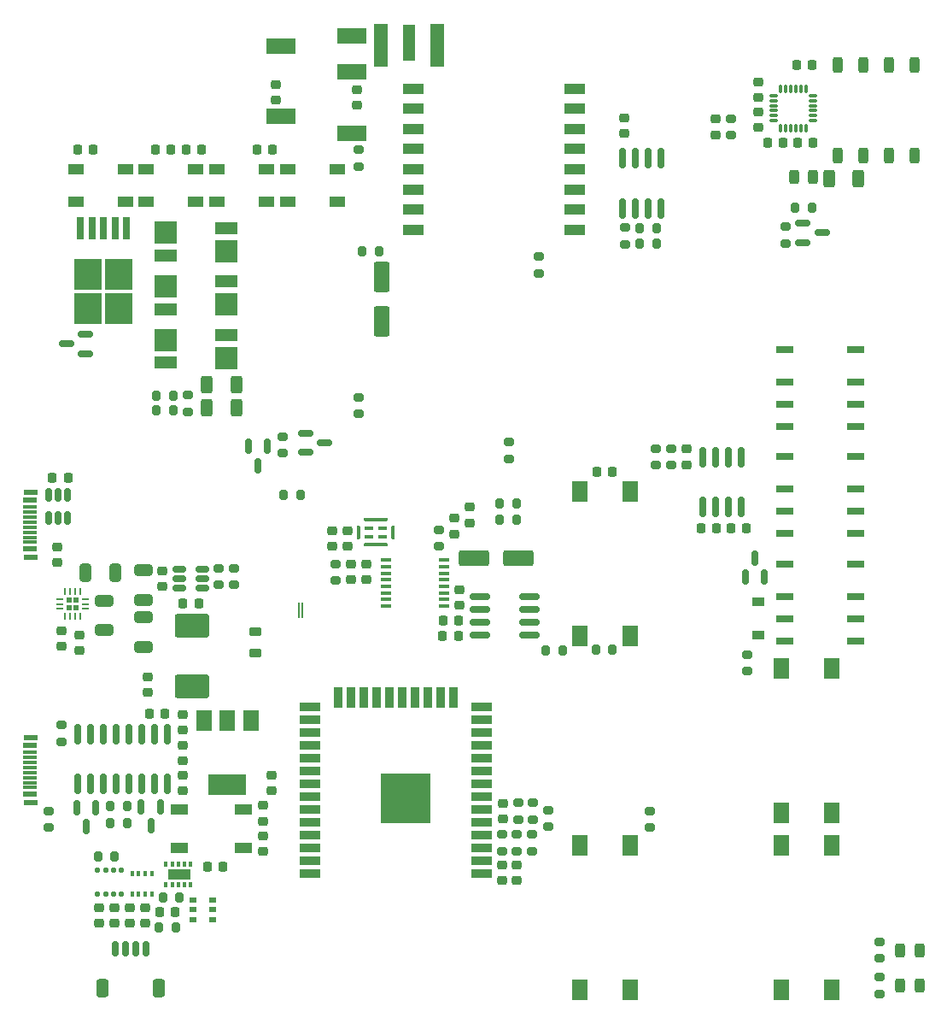
<source format=gbr>
%TF.GenerationSoftware,KiCad,Pcbnew,(6.0.1)*%
%TF.CreationDate,2022-05-30T15:44:07+02:00*%
%TF.ProjectId,pcbV10,70636256-3130-42e6-9b69-6361645f7063,rev?*%
%TF.SameCoordinates,Original*%
%TF.FileFunction,Paste,Top*%
%TF.FilePolarity,Positive*%
%FSLAX46Y46*%
G04 Gerber Fmt 4.6, Leading zero omitted, Abs format (unit mm)*
G04 Created by KiCad (PCBNEW (6.0.1)) date 2022-05-30 15:44:07*
%MOMM*%
%LPD*%
G01*
G04 APERTURE LIST*
G04 Aperture macros list*
%AMRoundRect*
0 Rectangle with rounded corners*
0 $1 Rounding radius*
0 $2 $3 $4 $5 $6 $7 $8 $9 X,Y pos of 4 corners*
0 Add a 4 corners polygon primitive as box body*
4,1,4,$2,$3,$4,$5,$6,$7,$8,$9,$2,$3,0*
0 Add four circle primitives for the rounded corners*
1,1,$1+$1,$2,$3*
1,1,$1+$1,$4,$5*
1,1,$1+$1,$6,$7*
1,1,$1+$1,$8,$9*
0 Add four rect primitives between the rounded corners*
20,1,$1+$1,$2,$3,$4,$5,0*
20,1,$1+$1,$4,$5,$6,$7,0*
20,1,$1+$1,$6,$7,$8,$9,0*
20,1,$1+$1,$8,$9,$2,$3,0*%
%AMOutline5P*
0 Free polygon, 5 corners , with rotation*
0 The origin of the aperture is its center*
0 number of corners: always 5*
0 $1 to $10 corner X, Y*
0 $11 Rotation angle, in degrees counterclockwise*
0 create outline with 5 corners*
4,1,5,$1,$2,$3,$4,$5,$6,$7,$8,$9,$10,$1,$2,$11*%
%AMOutline6P*
0 Free polygon, 6 corners , with rotation*
0 The origin of the aperture is its center*
0 number of corners: always 6*
0 $1 to $12 corner X, Y*
0 $13 Rotation angle, in degrees counterclockwise*
0 create outline with 6 corners*
4,1,6,$1,$2,$3,$4,$5,$6,$7,$8,$9,$10,$11,$12,$1,$2,$13*%
%AMOutline7P*
0 Free polygon, 7 corners , with rotation*
0 The origin of the aperture is its center*
0 number of corners: always 7*
0 $1 to $14 corner X, Y*
0 $15 Rotation angle, in degrees counterclockwise*
0 create outline with 7 corners*
4,1,7,$1,$2,$3,$4,$5,$6,$7,$8,$9,$10,$11,$12,$13,$14,$1,$2,$15*%
%AMOutline8P*
0 Free polygon, 8 corners , with rotation*
0 The origin of the aperture is its center*
0 number of corners: always 8*
0 $1 to $16 corner X, Y*
0 $17 Rotation angle, in degrees counterclockwise*
0 create outline with 8 corners*
4,1,8,$1,$2,$3,$4,$5,$6,$7,$8,$9,$10,$11,$12,$13,$14,$15,$16,$1,$2,$17*%
G04 Aperture macros list end*
%ADD10RoundRect,0.225000X0.250000X-0.225000X0.250000X0.225000X-0.250000X0.225000X-0.250000X-0.225000X0*%
%ADD11RoundRect,0.225000X-0.250000X0.225000X-0.250000X-0.225000X0.250000X-0.225000X0.250000X0.225000X0*%
%ADD12RoundRect,0.225000X-0.225000X-0.250000X0.225000X-0.250000X0.225000X0.250000X-0.225000X0.250000X0*%
%ADD13RoundRect,0.225000X0.225000X0.250000X-0.225000X0.250000X-0.225000X-0.250000X0.225000X-0.250000X0*%
%ADD14R,1.500000X1.000000*%
%ADD15R,1.200000X0.900000*%
%ADD16RoundRect,0.243750X0.243750X0.456250X-0.243750X0.456250X-0.243750X-0.456250X0.243750X-0.456250X0*%
%ADD17R,1.450000X0.600000*%
%ADD18R,1.450000X0.300000*%
%ADD19R,1.270000X3.600000*%
%ADD20R,1.350000X4.200000*%
%ADD21R,1.800000X0.800000*%
%ADD22RoundRect,0.150000X-0.150000X0.587500X-0.150000X-0.587500X0.150000X-0.587500X0.150000X0.587500X0*%
%ADD23RoundRect,0.150000X0.150000X-0.587500X0.150000X0.587500X-0.150000X0.587500X-0.150000X-0.587500X0*%
%ADD24RoundRect,0.150000X-0.587500X-0.150000X0.587500X-0.150000X0.587500X0.150000X-0.587500X0.150000X0*%
%ADD25RoundRect,0.150000X0.587500X0.150000X-0.587500X0.150000X-0.587500X-0.150000X0.587500X-0.150000X0*%
%ADD26RoundRect,0.200000X-0.275000X0.200000X-0.275000X-0.200000X0.275000X-0.200000X0.275000X0.200000X0*%
%ADD27RoundRect,0.200000X0.275000X-0.200000X0.275000X0.200000X-0.275000X0.200000X-0.275000X-0.200000X0*%
%ADD28RoundRect,0.200000X0.200000X0.275000X-0.200000X0.275000X-0.200000X-0.275000X0.200000X-0.275000X0*%
%ADD29RoundRect,0.200000X-0.200000X-0.275000X0.200000X-0.275000X0.200000X0.275000X-0.200000X0.275000X0*%
%ADD30RoundRect,0.250000X-0.312500X-0.625000X0.312500X-0.625000X0.312500X0.625000X-0.312500X0.625000X0*%
%ADD31R,1.500000X2.000000*%
%ADD32R,3.800000X2.000000*%
%ADD33R,2.000000X0.900000*%
%ADD34R,0.900000X2.000000*%
%ADD35R,5.000000X5.000000*%
%ADD36R,2.000000X1.000000*%
%ADD37RoundRect,0.150000X-0.150000X0.825000X-0.150000X-0.825000X0.150000X-0.825000X0.150000X0.825000X0*%
%ADD38RoundRect,0.150000X0.825000X0.150000X-0.825000X0.150000X-0.825000X-0.150000X0.825000X-0.150000X0*%
%ADD39RoundRect,0.250000X0.312500X0.625000X-0.312500X0.625000X-0.312500X-0.625000X0.312500X-0.625000X0*%
%ADD40R,2.200000X2.200000*%
%ADD41R,2.200000X1.250000*%
%ADD42RoundRect,0.250000X-0.650000X0.325000X-0.650000X-0.325000X0.650000X-0.325000X0.650000X0.325000X0*%
%ADD43RoundRect,0.250000X0.650000X-0.325000X0.650000X0.325000X-0.650000X0.325000X-0.650000X-0.325000X0*%
%ADD44RoundRect,0.235000X1.465000X-0.940000X1.465000X0.940000X-1.465000X0.940000X-1.465000X-0.940000X0*%
%ADD45R,2.750000X3.050000*%
%ADD46R,0.800000X2.200000*%
%ADD47R,1.700000X1.000000*%
%ADD48RoundRect,0.125000X-0.125000X-0.137500X0.125000X-0.137500X0.125000X0.137500X-0.125000X0.137500X0*%
%ADD49R,0.350000X0.500000*%
%ADD50R,0.400000X0.600000*%
%ADD51R,2.200000X1.100000*%
%ADD52RoundRect,0.150000X-0.150000X-0.625000X0.150000X-0.625000X0.150000X0.625000X-0.150000X0.625000X0*%
%ADD53RoundRect,0.250000X-0.350000X-0.650000X0.350000X-0.650000X0.350000X0.650000X-0.350000X0.650000X0*%
%ADD54RoundRect,0.250000X-0.250000X0.550000X-0.250000X-0.550000X0.250000X-0.550000X0.250000X0.550000X0*%
%ADD55R,3.000000X1.500000*%
%ADD56RoundRect,0.250000X-1.250000X-0.550000X1.250000X-0.550000X1.250000X0.550000X-1.250000X0.550000X0*%
%ADD57RoundRect,0.062500X0.062500X0.687500X-0.062500X0.687500X-0.062500X-0.687500X0.062500X-0.687500X0*%
%ADD58R,0.800000X0.500000*%
%ADD59RoundRect,0.150000X0.512500X0.150000X-0.512500X0.150000X-0.512500X-0.150000X0.512500X-0.150000X0*%
%ADD60RoundRect,0.218750X0.381250X-0.218750X0.381250X0.218750X-0.381250X0.218750X-0.381250X-0.218750X0*%
%ADD61RoundRect,0.075000X-0.075000X0.350000X-0.075000X-0.350000X0.075000X-0.350000X0.075000X0.350000X0*%
%ADD62RoundRect,0.075000X-0.350000X-0.075000X0.350000X-0.075000X0.350000X0.075000X-0.350000X0.075000X0*%
%ADD63RoundRect,0.250000X0.550000X-1.250000X0.550000X1.250000X-0.550000X1.250000X-0.550000X-1.250000X0*%
%ADD64RoundRect,0.150000X0.150000X-0.825000X0.150000X0.825000X-0.150000X0.825000X-0.150000X-0.825000X0*%
%ADD65RoundRect,0.145000X-0.145000X-0.145000X0.145000X-0.145000X0.145000X0.145000X-0.145000X0.145000X0*%
%ADD66RoundRect,0.062500X-0.275000X-0.062500X0.275000X-0.062500X0.275000X0.062500X-0.275000X0.062500X0*%
%ADD67RoundRect,0.062500X-0.062500X-0.275000X0.062500X-0.275000X0.062500X0.275000X-0.062500X0.275000X0*%
%ADD68R,0.950000X0.450000*%
%ADD69Outline6P,-0.650000X0.070000X-0.545000X0.175000X0.545000X0.175000X0.650000X0.070000X0.650000X-0.175000X-0.650000X-0.175000X270.000000*%
%ADD70Outline6P,-0.175000X1.150000X0.070000X1.150000X0.175000X1.045000X0.175000X-1.045000X0.070000X-1.150000X-0.175000X-1.150000X90.000000*%
%ADD71Outline6P,-0.650000X0.175000X0.650000X0.175000X0.650000X-0.070000X0.545000X-0.175000X-0.545000X-0.175000X-0.650000X-0.070000X270.000000*%
%ADD72Outline6P,-0.175000X1.150000X0.070000X1.150000X0.175000X1.045000X0.175000X-1.045000X0.070000X-1.150000X-0.175000X-1.150000X270.000000*%
%ADD73RoundRect,0.150000X-0.150000X0.512500X-0.150000X-0.512500X0.150000X-0.512500X0.150000X0.512500X0*%
%ADD74R,1.000000X0.400000*%
%ADD75RoundRect,0.250000X0.325000X0.650000X-0.325000X0.650000X-0.325000X-0.650000X0.325000X-0.650000X0*%
G04 APERTURE END LIST*
D10*
%TO.C,C1*%
X72700000Y-119975000D03*
X72700000Y-118425000D03*
%TD*%
D11*
%TO.C,C3*%
X72700000Y-121425000D03*
X72700000Y-122975000D03*
%TD*%
D10*
%TO.C,C4*%
X104300000Y-134875000D03*
X104300000Y-133325000D03*
%TD*%
%TO.C,C5*%
X80600000Y-131975000D03*
X80600000Y-130425000D03*
%TD*%
%TO.C,C8*%
X81500000Y-125975000D03*
X81500000Y-124425000D03*
%TD*%
D11*
%TO.C,C9*%
X80600000Y-127425000D03*
X80600000Y-128975000D03*
%TD*%
D12*
%TO.C,C10*%
X69325000Y-118300000D03*
X70875000Y-118300000D03*
%TD*%
%TO.C,C14*%
X73012000Y-62484000D03*
X74562000Y-62484000D03*
%TD*%
D13*
%TO.C,C16*%
X71514000Y-62484000D03*
X69964000Y-62484000D03*
%TD*%
%TO.C,C18*%
X63767000Y-62484000D03*
X62217000Y-62484000D03*
%TD*%
D14*
%TO.C,D1*%
X83050000Y-64400000D03*
X83050000Y-67600000D03*
X87950000Y-67600000D03*
X87950000Y-64400000D03*
%TD*%
%TO.C,D2*%
X76050000Y-64400000D03*
X76050000Y-67600000D03*
X80950000Y-67600000D03*
X80950000Y-64400000D03*
%TD*%
D15*
%TO.C,D5*%
X129700000Y-110550000D03*
X129700000Y-107250000D03*
%TD*%
D16*
%TO.C,D6*%
X135137500Y-65200000D03*
X133262500Y-65200000D03*
%TD*%
%TO.C,D7*%
X145687500Y-145250000D03*
X143812500Y-145250000D03*
%TD*%
%TO.C,D8*%
X145687500Y-141750000D03*
X143812500Y-141750000D03*
%TD*%
D17*
%TO.C,J8*%
X57550000Y-96400000D03*
X57500000Y-97200000D03*
D18*
X57500000Y-98350000D03*
X57500000Y-99350000D03*
X57500000Y-99850000D03*
X57500000Y-100850000D03*
D17*
X57500000Y-102000000D03*
X57550000Y-102800000D03*
X57550000Y-102800000D03*
X57500000Y-102000000D03*
D18*
X57500000Y-101350000D03*
X57500000Y-100350000D03*
X57500000Y-98850000D03*
X57500000Y-97850000D03*
D17*
X57500000Y-97200000D03*
X57550000Y-96400000D03*
%TD*%
D19*
%TO.C,J14*%
X95100000Y-51900000D03*
D20*
X92275000Y-52100000D03*
X97925000Y-52100000D03*
%TD*%
D21*
%TO.C,K1*%
X132390000Y-82300000D03*
X132390000Y-85500000D03*
X132390000Y-87700000D03*
X132390000Y-89900000D03*
X139390000Y-89900000D03*
X139390000Y-87700000D03*
X139390000Y-85500000D03*
X139390000Y-82300000D03*
%TD*%
%TO.C,K2*%
X132390000Y-92847000D03*
X132390000Y-96047000D03*
X132390000Y-98247000D03*
X132390000Y-100447000D03*
X139390000Y-100447000D03*
X139390000Y-98247000D03*
X139390000Y-96047000D03*
X139390000Y-92847000D03*
%TD*%
%TO.C,K3*%
X132390000Y-103515000D03*
X132390000Y-106715000D03*
X132390000Y-108915000D03*
X132390000Y-111115000D03*
X139390000Y-111115000D03*
X139390000Y-108915000D03*
X139390000Y-106715000D03*
X139390000Y-103515000D03*
%TD*%
D22*
%TO.C,Q2*%
X64050000Y-127662500D03*
X62150000Y-127662500D03*
X63100000Y-129537500D03*
%TD*%
D23*
%TO.C,Q4*%
X128450000Y-104800000D03*
X130350000Y-104800000D03*
X129400000Y-102925000D03*
%TD*%
D24*
%TO.C,Q5*%
X134162500Y-69750000D03*
X134162500Y-71650000D03*
X136037500Y-70700000D03*
%TD*%
D25*
%TO.C,Q9*%
X62987500Y-82650000D03*
X62987500Y-80750000D03*
X61112500Y-81700000D03*
%TD*%
D26*
%TO.C,R1*%
X104300000Y-130275000D03*
X104300000Y-131925000D03*
%TD*%
%TO.C,R2*%
X60600000Y-119475000D03*
X60600000Y-121125000D03*
%TD*%
D27*
%TO.C,R3*%
X59400000Y-129625000D03*
X59400000Y-127975000D03*
%TD*%
%TO.C,R4*%
X108000000Y-74725000D03*
X108000000Y-73075000D03*
%TD*%
D28*
%TO.C,R6*%
X67125000Y-129200000D03*
X65475000Y-129200000D03*
%TD*%
D29*
%TO.C,R7*%
X65475000Y-127500000D03*
X67125000Y-127500000D03*
%TD*%
D28*
%TO.C,R15*%
X135025000Y-68200000D03*
X133375000Y-68200000D03*
%TD*%
D27*
%TO.C,R16*%
X132400000Y-71725000D03*
X132400000Y-70075000D03*
%TD*%
D26*
%TO.C,R17*%
X107300000Y-130275000D03*
X107300000Y-131925000D03*
%TD*%
D30*
%TO.C,R19*%
X136737500Y-65300000D03*
X139662500Y-65300000D03*
%TD*%
D27*
%TO.C,R20*%
X105800000Y-131925000D03*
X105800000Y-130275000D03*
%TD*%
D26*
%TO.C,R21*%
X105900000Y-127175000D03*
X105900000Y-128825000D03*
%TD*%
D29*
%TO.C,R22*%
X113602000Y-112014000D03*
X115252000Y-112014000D03*
%TD*%
%TO.C,R23*%
X108649000Y-112100000D03*
X110299000Y-112100000D03*
%TD*%
D27*
%TO.C,R24*%
X141750000Y-146075000D03*
X141750000Y-144425000D03*
%TD*%
%TO.C,R25*%
X141750000Y-142575000D03*
X141750000Y-140925000D03*
%TD*%
D31*
%TO.C,SW1*%
X132000000Y-128150000D03*
X132000000Y-113850000D03*
X137000000Y-128150000D03*
X137000000Y-113850000D03*
%TD*%
%TO.C,SW5*%
X132000000Y-131350000D03*
X132000000Y-145650000D03*
X137000000Y-145650000D03*
X137000000Y-131350000D03*
%TD*%
%TO.C,U1*%
X79400000Y-119050000D03*
D32*
X77100000Y-125350000D03*
D31*
X77100000Y-119050000D03*
X74800000Y-119050000D03*
%TD*%
D33*
%TO.C,U2*%
X102250000Y-134195200D03*
X102250000Y-132925200D03*
X102250000Y-131655200D03*
X102250000Y-130385200D03*
X102250000Y-129115200D03*
X102250000Y-127845200D03*
X102250000Y-126575200D03*
X102250000Y-125305200D03*
X102250000Y-124035200D03*
X102250000Y-122765200D03*
X102250000Y-121495200D03*
X102250000Y-120225200D03*
X102250000Y-118955200D03*
X102250000Y-117685200D03*
D34*
X99465000Y-116685200D03*
X98195000Y-116685200D03*
X96925000Y-116685200D03*
X95655000Y-116685200D03*
X94385000Y-116685200D03*
X93115000Y-116685200D03*
X91845000Y-116685200D03*
X90575000Y-116685200D03*
X89305000Y-116685200D03*
X88035000Y-116685200D03*
D33*
X85250000Y-117685200D03*
X85250000Y-118955200D03*
X85250000Y-120225200D03*
X85250000Y-121495200D03*
X85250000Y-122765200D03*
X85250000Y-124035200D03*
X85250000Y-125305200D03*
X85250000Y-126575200D03*
X85250000Y-127845200D03*
X85250000Y-129115200D03*
X85250000Y-130385200D03*
X85250000Y-131655200D03*
X85250000Y-132925200D03*
X85250000Y-134195200D03*
D35*
X94750000Y-126695200D03*
%TD*%
D36*
%TO.C,U17*%
X111500000Y-70400000D03*
X111500000Y-68400000D03*
X111500000Y-66400000D03*
X111500000Y-64400000D03*
X111500000Y-62400000D03*
X111500000Y-60400000D03*
X111500000Y-58400000D03*
X111500000Y-56400000D03*
X95500000Y-56400000D03*
X95500000Y-58400000D03*
X95500000Y-60400000D03*
X95500000Y-62400000D03*
X95500000Y-64400000D03*
X95500000Y-66400000D03*
X95500000Y-68400000D03*
X95500000Y-70400000D03*
%TD*%
D28*
%TO.C,R12*%
X84325000Y-96700000D03*
X82675000Y-96700000D03*
%TD*%
D22*
%TO.C,Q1*%
X70450000Y-127562500D03*
X68550000Y-127562500D03*
X69500000Y-129437500D03*
%TD*%
D14*
%TO.C,D3*%
X69050000Y-64400000D03*
X69050000Y-67600000D03*
X73950000Y-67600000D03*
X73950000Y-64400000D03*
%TD*%
D12*
%TO.C,C7*%
X80025000Y-62484000D03*
X81575000Y-62484000D03*
%TD*%
D22*
%TO.C,D4*%
X81050000Y-91862500D03*
X79150000Y-91862500D03*
X80100000Y-93737500D03*
%TD*%
D37*
%TO.C,U18*%
X128005000Y-92902000D03*
X126735000Y-92902000D03*
X125465000Y-92902000D03*
X124195000Y-92902000D03*
X124195000Y-97852000D03*
X125465000Y-97852000D03*
X126735000Y-97852000D03*
X128005000Y-97852000D03*
%TD*%
D13*
%TO.C,C25*%
X125575000Y-99949000D03*
X124025000Y-99949000D03*
%TD*%
D27*
%TO.C,R39*%
X121100000Y-93725000D03*
X121100000Y-92075000D03*
%TD*%
D26*
%TO.C,R38*%
X119600000Y-92075000D03*
X119600000Y-93725000D03*
%TD*%
D10*
%TO.C,C23*%
X122600000Y-93675000D03*
X122600000Y-92125000D03*
%TD*%
D12*
%TO.C,C26*%
X127025000Y-99949000D03*
X128575000Y-99949000D03*
%TD*%
D11*
%TO.C,C2*%
X105800000Y-133325000D03*
X105800000Y-134875000D03*
%TD*%
D13*
%TO.C,C24*%
X115275000Y-94400000D03*
X113725000Y-94400000D03*
%TD*%
D27*
%TO.C,R37*%
X108900000Y-129525000D03*
X108900000Y-127875000D03*
%TD*%
D31*
%TO.C,SW3*%
X112000000Y-145650000D03*
X112000000Y-131350000D03*
X117000000Y-145650000D03*
X117000000Y-131350000D03*
%TD*%
D12*
%TO.C,C12*%
X98425000Y-110600000D03*
X99975000Y-110600000D03*
%TD*%
D27*
%TO.C,R11*%
X73200000Y-88425000D03*
X73200000Y-86775000D03*
%TD*%
D11*
%TO.C,C6*%
X72700000Y-124425000D03*
X72700000Y-125975000D03*
%TD*%
D31*
%TO.C,SW4*%
X117000000Y-110650000D03*
X117000000Y-96350000D03*
X112000000Y-110650000D03*
X112000000Y-96350000D03*
%TD*%
D10*
%TO.C,C19*%
X62400000Y-112075000D03*
X62400000Y-110525000D03*
%TD*%
D28*
%TO.C,R8*%
X71975000Y-139500000D03*
X70325000Y-139500000D03*
%TD*%
%TO.C,R5*%
X65925000Y-132500000D03*
X64275000Y-132500000D03*
%TD*%
D38*
%TO.C,U6*%
X107075000Y-110505000D03*
X107075000Y-109235000D03*
X107075000Y-107965000D03*
X107075000Y-106695000D03*
X102125000Y-106695000D03*
X102125000Y-107965000D03*
X102125000Y-109235000D03*
X102125000Y-110505000D03*
%TD*%
D14*
%TO.C,D15*%
X62050000Y-64400000D03*
X62050000Y-67600000D03*
X66950000Y-67600000D03*
X66950000Y-64400000D03*
%TD*%
D26*
%TO.C,R14*%
X128600000Y-112475000D03*
X128600000Y-114125000D03*
%TD*%
D27*
%TO.C,R30*%
X105000000Y-93075000D03*
X105000000Y-91425000D03*
%TD*%
D26*
%TO.C,R26*%
X90100000Y-86975000D03*
X90100000Y-88625000D03*
%TD*%
D39*
%TO.C,R33*%
X77962500Y-85700000D03*
X75037500Y-85700000D03*
%TD*%
D40*
%TO.C,D13*%
X77000000Y-77800000D03*
D41*
X77000000Y-75525000D03*
%TD*%
D17*
%TO.C,J1*%
X57550000Y-120700000D03*
X57500000Y-121500000D03*
D18*
X57500000Y-122650000D03*
X57500000Y-123650000D03*
X57500000Y-124150000D03*
X57500000Y-125150000D03*
D17*
X57500000Y-126300000D03*
X57550000Y-127100000D03*
X57550000Y-127100000D03*
X57500000Y-126300000D03*
D18*
X57500000Y-125650000D03*
X57500000Y-124650000D03*
X57500000Y-123150000D03*
X57500000Y-122150000D03*
D17*
X57500000Y-121500000D03*
X57550000Y-120700000D03*
%TD*%
D11*
%TO.C,C20*%
X104400000Y-127225000D03*
X104400000Y-128775000D03*
%TD*%
D27*
%TO.C,R44*%
X119000000Y-129625000D03*
X119000000Y-127975000D03*
%TD*%
D28*
%TO.C,R35*%
X71725000Y-86800000D03*
X70075000Y-86800000D03*
%TD*%
D42*
%TO.C,C17*%
X64900000Y-107125000D03*
X64900000Y-110075000D03*
%TD*%
D43*
%TO.C,C22*%
X68750000Y-111725000D03*
X68750000Y-108775000D03*
%TD*%
D11*
%TO.C,C33*%
X70650000Y-104175000D03*
X70650000Y-105725000D03*
%TD*%
D13*
%TO.C,C35*%
X74225000Y-107400000D03*
X72675000Y-107400000D03*
%TD*%
D10*
%TO.C,C36*%
X69200000Y-116225000D03*
X69200000Y-114675000D03*
%TD*%
D44*
%TO.C,L2*%
X73550000Y-115625000D03*
X73550000Y-109575000D03*
%TD*%
D27*
%TO.C,R45*%
X76250000Y-105575000D03*
X76250000Y-103925000D03*
%TD*%
%TO.C,R46*%
X77750000Y-105575000D03*
X77750000Y-103925000D03*
%TD*%
D40*
%TO.C,D10*%
X71000000Y-70700000D03*
D41*
X71000000Y-72975000D03*
%TD*%
D40*
%TO.C,D14*%
X71000000Y-81300000D03*
D41*
X71000000Y-83575000D03*
%TD*%
D40*
%TO.C,D12*%
X71000000Y-76000000D03*
D41*
X71000000Y-78275000D03*
%TD*%
D40*
%TO.C,D11*%
X77000000Y-72500000D03*
D41*
X77000000Y-70225000D03*
%TD*%
D29*
%TO.C,R34*%
X70075000Y-88300000D03*
X71725000Y-88300000D03*
%TD*%
D26*
%TO.C,R13*%
X82600000Y-90875000D03*
X82600000Y-92525000D03*
%TD*%
D45*
%TO.C,U21*%
X63275000Y-78175000D03*
X66325000Y-78175000D03*
X66325000Y-74825000D03*
X63275000Y-74825000D03*
D46*
X67080000Y-70200000D03*
X65940000Y-70200000D03*
X64800000Y-70200000D03*
X63660000Y-70200000D03*
X62520000Y-70200000D03*
%TD*%
D47*
%TO.C,SW12*%
X78650000Y-127800000D03*
X72350000Y-127800000D03*
X78650000Y-131600000D03*
X72350000Y-131600000D03*
%TD*%
D27*
%TO.C,R36*%
X107400000Y-128825000D03*
X107400000Y-127175000D03*
%TD*%
D10*
%TO.C,C15*%
X67400000Y-139075000D03*
X67400000Y-137525000D03*
%TD*%
%TO.C,C29*%
X68900000Y-139075000D03*
X68900000Y-137525000D03*
%TD*%
%TO.C,C30*%
X65900000Y-139075000D03*
X65900000Y-137525000D03*
%TD*%
D12*
%TO.C,C31*%
X133525000Y-54100000D03*
X135075000Y-54100000D03*
%TD*%
%TO.C,C38*%
X75125000Y-133450000D03*
X76675000Y-133450000D03*
%TD*%
D29*
%TO.C,R28*%
X70675000Y-136500000D03*
X72325000Y-136500000D03*
%TD*%
D37*
%TO.C,U4*%
X71120000Y-120334000D03*
X69850000Y-120334000D03*
X68580000Y-120334000D03*
X67310000Y-120334000D03*
X66040000Y-120334000D03*
X64770000Y-120334000D03*
X63500000Y-120334000D03*
X62230000Y-120334000D03*
X62230000Y-125284000D03*
X63500000Y-125284000D03*
X64770000Y-125284000D03*
X66040000Y-125284000D03*
X67310000Y-125284000D03*
X68580000Y-125284000D03*
X69850000Y-125284000D03*
X71120000Y-125284000D03*
%TD*%
D48*
%TO.C,U12*%
X64200000Y-133812500D03*
X65000000Y-133812500D03*
X65800000Y-133812500D03*
X66600000Y-133812500D03*
X66600000Y-136187500D03*
X65800000Y-136187500D03*
X65000000Y-136187500D03*
X64200000Y-136187500D03*
%TD*%
D49*
%TO.C,U13*%
X67625000Y-134175000D03*
X68275000Y-134175000D03*
X68925000Y-134175000D03*
X69575000Y-134175000D03*
X69575000Y-136225000D03*
X68925000Y-136225000D03*
X68275000Y-136225000D03*
X67625000Y-136225000D03*
%TD*%
D50*
%TO.C,U15*%
X71000000Y-135300000D03*
X71600000Y-135300000D03*
X72200000Y-135300000D03*
X72800000Y-135300000D03*
X73400000Y-135300000D03*
X73400000Y-133200000D03*
X72800000Y-133200000D03*
X72200000Y-133200000D03*
X71600000Y-133200000D03*
X71000000Y-133200000D03*
D51*
X72350000Y-134250000D03*
%TD*%
D10*
%TO.C,C28*%
X64400000Y-139075000D03*
X64400000Y-137525000D03*
%TD*%
D52*
%TO.C,J21*%
X66000000Y-141650000D03*
X67000000Y-141650000D03*
X68000000Y-141650000D03*
X69000000Y-141650000D03*
D53*
X70300000Y-145525000D03*
X64700000Y-145525000D03*
%TD*%
D54*
%TO.C,X2*%
X145210000Y-54050000D03*
X142670000Y-54050000D03*
X140130000Y-54050000D03*
X137590000Y-54050000D03*
X137590000Y-63050000D03*
X140130000Y-63050000D03*
X142670000Y-63050000D03*
X145210000Y-63050000D03*
%TD*%
D10*
%TO.C,C49*%
X89900000Y-58075000D03*
X89900000Y-56525000D03*
%TD*%
%TO.C,C48*%
X81900000Y-57575000D03*
X81900000Y-56025000D03*
%TD*%
%TO.C,C57*%
X60200000Y-103375000D03*
X60200000Y-101825000D03*
%TD*%
D55*
%TO.C,J22*%
X89400000Y-54775000D03*
X89400000Y-51175000D03*
X82400000Y-52175000D03*
X82400000Y-59175000D03*
X89400000Y-60875000D03*
%TD*%
D26*
%TO.C,R54*%
X127000000Y-59375000D03*
X127000000Y-61025000D03*
%TD*%
D56*
%TO.C,C45*%
X101550000Y-102950000D03*
X105950000Y-102950000D03*
%TD*%
D57*
%TO.C,JP2*%
X84550000Y-108100000D03*
X84150000Y-108100000D03*
%TD*%
D40*
%TO.C,D9*%
X77000000Y-83100000D03*
D41*
X77000000Y-80825000D03*
%TD*%
D58*
%TO.C,U3*%
X73650000Y-136750000D03*
X73650000Y-137750000D03*
X73650000Y-138750000D03*
X75650000Y-138750000D03*
X75650000Y-137750000D03*
X75650000Y-136750000D03*
%TD*%
D28*
%TO.C,R51*%
X119625000Y-70250000D03*
X117975000Y-70250000D03*
%TD*%
D10*
%TO.C,C44*%
X100100000Y-107575000D03*
X100100000Y-106025000D03*
%TD*%
D12*
%TO.C,C53*%
X133625000Y-61800000D03*
X135175000Y-61800000D03*
%TD*%
D59*
%TO.C,U9*%
X74587500Y-105900000D03*
X74587500Y-104950000D03*
X74587500Y-104000000D03*
X72312500Y-104000000D03*
X72312500Y-104950000D03*
X72312500Y-105900000D03*
%TD*%
D27*
%TO.C,R53*%
X116550000Y-71825000D03*
X116550000Y-70175000D03*
%TD*%
D28*
%TO.C,R52*%
X119625000Y-71750000D03*
X117975000Y-71750000D03*
%TD*%
D13*
%TO.C,C47*%
X100000000Y-109100000D03*
X98450000Y-109100000D03*
%TD*%
D11*
%TO.C,C54*%
X116400000Y-59325000D03*
X116400000Y-60875000D03*
%TD*%
D60*
%TO.C,FB1*%
X79850000Y-112362500D03*
X79850000Y-110237500D03*
%TD*%
D10*
%TO.C,C51*%
X129700000Y-60275000D03*
X129700000Y-58725000D03*
%TD*%
D11*
%TO.C,C43*%
X101100000Y-97875000D03*
X101100000Y-99425000D03*
%TD*%
D61*
%TO.C,U23*%
X134450000Y-56400000D03*
X133950000Y-56400000D03*
X133450000Y-56400000D03*
X132950000Y-56400000D03*
X132450000Y-56400000D03*
X131950000Y-56400000D03*
D62*
X131250000Y-57100000D03*
X131250000Y-57600000D03*
X131250000Y-58100000D03*
X131250000Y-58600000D03*
X131250000Y-59100000D03*
X131250000Y-59600000D03*
D61*
X131950000Y-60300000D03*
X132450000Y-60300000D03*
X132950000Y-60300000D03*
X133450000Y-60300000D03*
X133950000Y-60300000D03*
X134450000Y-60300000D03*
D62*
X135150000Y-59600000D03*
X135150000Y-59100000D03*
X135150000Y-58600000D03*
X135150000Y-58100000D03*
X135150000Y-57600000D03*
X135150000Y-57100000D03*
%TD*%
D11*
%TO.C,C39*%
X87500000Y-100175000D03*
X87500000Y-101725000D03*
%TD*%
%TO.C,C42*%
X99600000Y-98975000D03*
X99600000Y-100525000D03*
%TD*%
%TO.C,C13*%
X90850000Y-103525000D03*
X90850000Y-105075000D03*
%TD*%
D28*
%TO.C,R49*%
X105725000Y-97500000D03*
X104075000Y-97500000D03*
%TD*%
D13*
%TO.C,C52*%
X132175000Y-61800000D03*
X130625000Y-61800000D03*
%TD*%
D27*
%TO.C,R40*%
X87850000Y-105125000D03*
X87850000Y-103475000D03*
%TD*%
D28*
%TO.C,R43*%
X105725000Y-99150000D03*
X104075000Y-99150000D03*
%TD*%
D63*
%TO.C,C46*%
X92400000Y-79500000D03*
X92400000Y-75100000D03*
%TD*%
D29*
%TO.C,R48*%
X90475000Y-72550000D03*
X92125000Y-72550000D03*
%TD*%
D39*
%TO.C,R32*%
X77962500Y-88000000D03*
X75037500Y-88000000D03*
%TD*%
D64*
%TO.C,U10*%
X116295000Y-68275000D03*
X117565000Y-68275000D03*
X118835000Y-68275000D03*
X120105000Y-68275000D03*
X120105000Y-63325000D03*
X118835000Y-63325000D03*
X117565000Y-63325000D03*
X116295000Y-63325000D03*
%TD*%
D65*
%TO.C,U11*%
X62100000Y-107100000D03*
X62100000Y-107820000D03*
X61380000Y-107820000D03*
X61380000Y-107100000D03*
D66*
X60477500Y-106960000D03*
X60477500Y-107460000D03*
X60477500Y-107960000D03*
D67*
X60990000Y-108722500D03*
X61490000Y-108722500D03*
X61990000Y-108722500D03*
X62490000Y-108722500D03*
D66*
X63002500Y-107960000D03*
X63002500Y-107460000D03*
X63002500Y-106960000D03*
D67*
X62490000Y-106197500D03*
X61990000Y-106197500D03*
X61490000Y-106197500D03*
X60990000Y-106197500D03*
%TD*%
D68*
%TO.C,U26*%
X91125000Y-100775000D03*
X92475000Y-100775000D03*
X92475000Y-99925000D03*
X91125000Y-99925000D03*
D69*
X90075000Y-100350000D03*
D70*
X91800000Y-101575000D03*
D71*
X93525000Y-100350000D03*
D72*
X91800000Y-99125000D03*
%TD*%
D42*
%TO.C,C60*%
X68750000Y-104125000D03*
X68750000Y-107075000D03*
%TD*%
D11*
%TO.C,C11*%
X89350000Y-103525000D03*
X89350000Y-105075000D03*
%TD*%
%TO.C,C55*%
X125500000Y-59425000D03*
X125500000Y-60975000D03*
%TD*%
D10*
%TO.C,C50*%
X129700000Y-57275000D03*
X129700000Y-55725000D03*
%TD*%
D27*
%TO.C,R50*%
X90100000Y-64125000D03*
X90100000Y-62475000D03*
%TD*%
D73*
%TO.C,U24*%
X61250000Y-96662500D03*
X60300000Y-96662500D03*
X59350000Y-96662500D03*
X59350000Y-98937500D03*
X60300000Y-98937500D03*
X61250000Y-98937500D03*
%TD*%
D12*
%TO.C,C56*%
X59725000Y-95000000D03*
X61275000Y-95000000D03*
%TD*%
D13*
%TO.C,C61*%
X71925000Y-138000000D03*
X70375000Y-138000000D03*
%TD*%
D10*
%TO.C,C32*%
X60650000Y-111675000D03*
X60650000Y-110125000D03*
%TD*%
D27*
%TO.C,R42*%
X98100000Y-101775000D03*
X98100000Y-100125000D03*
%TD*%
D24*
%TO.C,Q6*%
X84862500Y-90550000D03*
X84862500Y-92450000D03*
X86737500Y-91500000D03*
%TD*%
D11*
%TO.C,C37*%
X89000000Y-100175000D03*
X89000000Y-101725000D03*
%TD*%
D74*
%TO.C,U5*%
X92800000Y-103125000D03*
X92800000Y-103775000D03*
X92800000Y-104425000D03*
X92800000Y-105075000D03*
X92800000Y-105725000D03*
X92800000Y-106375000D03*
X92800000Y-107025000D03*
X92800000Y-107675000D03*
X98600000Y-107675000D03*
X98600000Y-107025000D03*
X98600000Y-106375000D03*
X98600000Y-105725000D03*
X98600000Y-105075000D03*
X98600000Y-104425000D03*
X98600000Y-103775000D03*
X98600000Y-103125000D03*
%TD*%
D75*
%TO.C,C58*%
X65975000Y-104400000D03*
X63025000Y-104400000D03*
%TD*%
M02*

</source>
